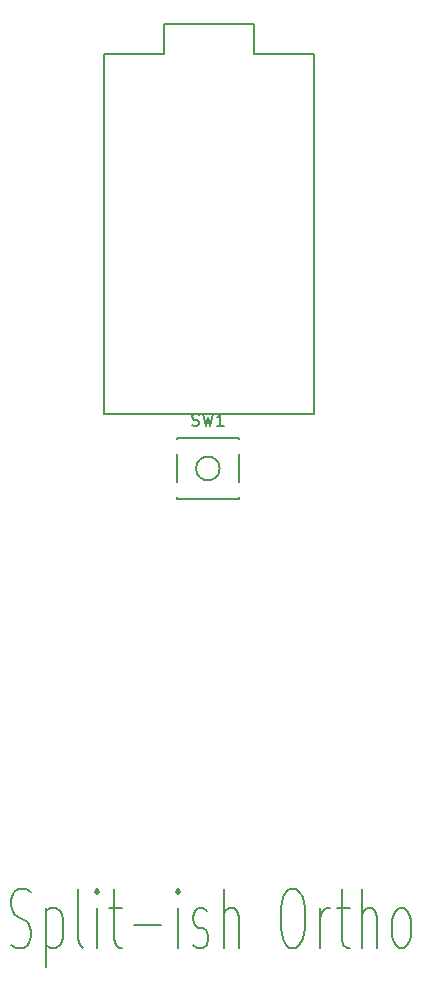
<source format=gto>
G04 #@! TF.GenerationSoftware,KiCad,Pcbnew,(5.1.5)-3*
G04 #@! TF.CreationDate,2019-12-16T17:40:03-06:00*
G04 #@! TF.ProjectId,starter-ortho,73746172-7465-4722-9d6f-7274686f2e6b,rev?*
G04 #@! TF.SameCoordinates,Original*
G04 #@! TF.FileFunction,Legend,Top*
G04 #@! TF.FilePolarity,Positive*
%FSLAX46Y46*%
G04 Gerber Fmt 4.6, Leading zero omitted, Abs format (unit mm)*
G04 Created by KiCad (PCBNEW (5.1.5)-3) date 2019-12-16 17:40:03*
%MOMM*%
%LPD*%
G04 APERTURE LIST*
%ADD10C,0.150000*%
%ADD11C,1.302000*%
%ADD12C,2.002000*%
%ADD13C,3.502000*%
%ADD14C,1.702000*%
%ADD15R,1.702000X1.702000*%
%ADD16R,1.902000X1.202000*%
G04 APERTURE END LIST*
D10*
X132296428Y-90923809D02*
X132725000Y-91161904D01*
X133439285Y-91161904D01*
X133725000Y-90923809D01*
X133867857Y-90685714D01*
X134010714Y-90209523D01*
X134010714Y-89733333D01*
X133867857Y-89257142D01*
X133725000Y-89019047D01*
X133439285Y-88780952D01*
X132867857Y-88542857D01*
X132582142Y-88304761D01*
X132439285Y-88066666D01*
X132296428Y-87590476D01*
X132296428Y-87114285D01*
X132439285Y-86638095D01*
X132582142Y-86400000D01*
X132867857Y-86161904D01*
X133582142Y-86161904D01*
X134010714Y-86400000D01*
X135296428Y-87828571D02*
X135296428Y-92828571D01*
X135296428Y-88066666D02*
X135582142Y-87828571D01*
X136153571Y-87828571D01*
X136439285Y-88066666D01*
X136582142Y-88304761D01*
X136725000Y-88780952D01*
X136725000Y-90209523D01*
X136582142Y-90685714D01*
X136439285Y-90923809D01*
X136153571Y-91161904D01*
X135582142Y-91161904D01*
X135296428Y-90923809D01*
X138439285Y-91161904D02*
X138153571Y-90923809D01*
X138010714Y-90447619D01*
X138010714Y-86161904D01*
X139582142Y-91161904D02*
X139582142Y-87828571D01*
X139582142Y-86161904D02*
X139439285Y-86400000D01*
X139582142Y-86638095D01*
X139725000Y-86400000D01*
X139582142Y-86161904D01*
X139582142Y-86638095D01*
X140582142Y-87828571D02*
X141725000Y-87828571D01*
X141010714Y-86161904D02*
X141010714Y-90447619D01*
X141153571Y-90923809D01*
X141439285Y-91161904D01*
X141725000Y-91161904D01*
X142725000Y-89257142D02*
X145010714Y-89257142D01*
X146439285Y-91161904D02*
X146439285Y-87828571D01*
X146439285Y-86161904D02*
X146296428Y-86400000D01*
X146439285Y-86638095D01*
X146582142Y-86400000D01*
X146439285Y-86161904D01*
X146439285Y-86638095D01*
X147725000Y-90923809D02*
X148010714Y-91161904D01*
X148582142Y-91161904D01*
X148867857Y-90923809D01*
X149010714Y-90447619D01*
X149010714Y-90209523D01*
X148867857Y-89733333D01*
X148582142Y-89495238D01*
X148153571Y-89495238D01*
X147867857Y-89257142D01*
X147725000Y-88780952D01*
X147725000Y-88542857D01*
X147867857Y-88066666D01*
X148153571Y-87828571D01*
X148582142Y-87828571D01*
X148867857Y-88066666D01*
X150296428Y-91161904D02*
X150296428Y-86161904D01*
X151582142Y-91161904D02*
X151582142Y-88542857D01*
X151439285Y-88066666D01*
X151153571Y-87828571D01*
X150725000Y-87828571D01*
X150439285Y-88066666D01*
X150296428Y-88304761D01*
X155867857Y-86161904D02*
X156439285Y-86161904D01*
X156725000Y-86400000D01*
X157010714Y-86876190D01*
X157153571Y-87828571D01*
X157153571Y-89495238D01*
X157010714Y-90447619D01*
X156725000Y-90923809D01*
X156439285Y-91161904D01*
X155867857Y-91161904D01*
X155582142Y-90923809D01*
X155296428Y-90447619D01*
X155153571Y-89495238D01*
X155153571Y-87828571D01*
X155296428Y-86876190D01*
X155582142Y-86400000D01*
X155867857Y-86161904D01*
X158439285Y-91161904D02*
X158439285Y-87828571D01*
X158439285Y-88780952D02*
X158582142Y-88304761D01*
X158725000Y-88066666D01*
X159010714Y-87828571D01*
X159296428Y-87828571D01*
X159867857Y-87828571D02*
X161010714Y-87828571D01*
X160296428Y-86161904D02*
X160296428Y-90447619D01*
X160439285Y-90923809D01*
X160725000Y-91161904D01*
X161010714Y-91161904D01*
X162010714Y-91161904D02*
X162010714Y-86161904D01*
X163296428Y-91161904D02*
X163296428Y-88542857D01*
X163153571Y-88066666D01*
X162867857Y-87828571D01*
X162439285Y-87828571D01*
X162153571Y-88066666D01*
X162010714Y-88304761D01*
X165153571Y-91161904D02*
X164867857Y-90923809D01*
X164725000Y-90685714D01*
X164582142Y-90209523D01*
X164582142Y-88780952D01*
X164725000Y-88304761D01*
X164867857Y-88066666D01*
X165153571Y-87828571D01*
X165582142Y-87828571D01*
X165867857Y-88066666D01*
X166010714Y-88304761D01*
X166153571Y-88780952D01*
X166153571Y-90209523D01*
X166010714Y-90685714D01*
X165867857Y-90923809D01*
X165582142Y-91161904D01*
X165153571Y-91161904D01*
X140144500Y-15525750D02*
X140144500Y-46005750D01*
X145224500Y-15525750D02*
X140144500Y-15525750D01*
X145224500Y-12985750D02*
X145224500Y-15525750D01*
X152844500Y-12985750D02*
X145224500Y-12985750D01*
X152844500Y-15525750D02*
X152844500Y-12985750D01*
X157924500Y-15525750D02*
X152844500Y-15525750D01*
X157924500Y-46005750D02*
X157924500Y-15525750D01*
X140144500Y-46005750D02*
X157924500Y-46005750D01*
X151571000Y-53177750D02*
X146371000Y-53177750D01*
X146371000Y-53177750D02*
X146371000Y-47977750D01*
X146371000Y-47977750D02*
X151571000Y-47977750D01*
X151571000Y-47977750D02*
X151571000Y-53177750D01*
X149971000Y-50577750D02*
G75*
G03X149971000Y-50577750I-1000000J0D01*
G01*
X147637666Y-46918511D02*
X147780523Y-46966130D01*
X148018619Y-46966130D01*
X148113857Y-46918511D01*
X148161476Y-46870892D01*
X148209095Y-46775654D01*
X148209095Y-46680416D01*
X148161476Y-46585178D01*
X148113857Y-46537559D01*
X148018619Y-46489940D01*
X147828142Y-46442321D01*
X147732904Y-46394702D01*
X147685285Y-46347083D01*
X147637666Y-46251845D01*
X147637666Y-46156607D01*
X147685285Y-46061369D01*
X147732904Y-46013750D01*
X147828142Y-45966130D01*
X148066238Y-45966130D01*
X148209095Y-46013750D01*
X148542428Y-45966130D02*
X148780523Y-46966130D01*
X148971000Y-46251845D01*
X149161476Y-46966130D01*
X149399571Y-45966130D01*
X150304333Y-46966130D02*
X149732904Y-46966130D01*
X150018619Y-46966130D02*
X150018619Y-45966130D01*
X149923380Y-46108988D01*
X149828142Y-46204226D01*
X149732904Y-46251845D01*
%LPC*%
D11*
X267639500Y-86559500D03*
D12*
X278359500Y-82359500D03*
X267359500Y-82359500D03*
D13*
X272859500Y-82359500D03*
D11*
X267639500Y-67509500D03*
D12*
X278359500Y-63309500D03*
X267359500Y-63309500D03*
D13*
X272859500Y-63309500D03*
D11*
X267639500Y-48459500D03*
D12*
X278359500Y-44259500D03*
X267359500Y-44259500D03*
D13*
X272859500Y-44259500D03*
D11*
X267639500Y-29409500D03*
D12*
X278359500Y-25209500D03*
X267359500Y-25209500D03*
D13*
X272859500Y-25209500D03*
D11*
X248589500Y-86559500D03*
D12*
X259309500Y-82359500D03*
X248309500Y-82359500D03*
D13*
X253809500Y-82359500D03*
D11*
X248589500Y-67509500D03*
D12*
X259309500Y-63309500D03*
X248309500Y-63309500D03*
D13*
X253809500Y-63309500D03*
D11*
X248589500Y-48459500D03*
D12*
X259309500Y-44259500D03*
X248309500Y-44259500D03*
D13*
X253809500Y-44259500D03*
D11*
X248589500Y-29409500D03*
D12*
X259309500Y-25209500D03*
X248309500Y-25209500D03*
D13*
X253809500Y-25209500D03*
D11*
X229539500Y-86559500D03*
D12*
X240259500Y-82359500D03*
X229259500Y-82359500D03*
D13*
X234759500Y-82359500D03*
D11*
X229539500Y-67509500D03*
D12*
X240259500Y-63309500D03*
X229259500Y-63309500D03*
D13*
X234759500Y-63309500D03*
D11*
X229539500Y-48459500D03*
D12*
X240259500Y-44259500D03*
X229259500Y-44259500D03*
D13*
X234759500Y-44259500D03*
D11*
X229539500Y-29409500D03*
D12*
X240259500Y-25209500D03*
X229259500Y-25209500D03*
D13*
X234759500Y-25209500D03*
D11*
X210489500Y-86559500D03*
D12*
X221209500Y-82359500D03*
X210209500Y-82359500D03*
D13*
X215709500Y-82359500D03*
D11*
X210489500Y-67509500D03*
D12*
X221209500Y-63309500D03*
X210209500Y-63309500D03*
D13*
X215709500Y-63309500D03*
D11*
X210489500Y-48459500D03*
D12*
X221209500Y-44259500D03*
X210209500Y-44259500D03*
D13*
X215709500Y-44259500D03*
D11*
X210489500Y-29409500D03*
D12*
X221209500Y-25209500D03*
X210209500Y-25209500D03*
D13*
X215709500Y-25209500D03*
D11*
X191439500Y-86559500D03*
D12*
X202159500Y-82359500D03*
X191159500Y-82359500D03*
D13*
X196659500Y-82359500D03*
D11*
X191439500Y-67509500D03*
D12*
X202159500Y-63309500D03*
X191159500Y-63309500D03*
D13*
X196659500Y-63309500D03*
D11*
X191439500Y-48459500D03*
D12*
X202159500Y-44259500D03*
X191159500Y-44259500D03*
D13*
X196659500Y-44259500D03*
D11*
X191439500Y-29409500D03*
D12*
X202159500Y-25209500D03*
X191159500Y-25209500D03*
D13*
X196659500Y-25209500D03*
D11*
X172389500Y-86559500D03*
D12*
X183109500Y-82359500D03*
X172109500Y-82359500D03*
D13*
X177609500Y-82359500D03*
D11*
X172389500Y-67509500D03*
D12*
X183109500Y-63309500D03*
X172109500Y-63309500D03*
D13*
X177609500Y-63309500D03*
D11*
X172389500Y-48459500D03*
D12*
X183109500Y-44259500D03*
X172109500Y-44259500D03*
D13*
X177609500Y-44259500D03*
D11*
X172389500Y-29409500D03*
D12*
X183109500Y-25209500D03*
X172109500Y-25209500D03*
D13*
X177609500Y-25209500D03*
D11*
X115239500Y-86559500D03*
D12*
X125959500Y-82359500D03*
X114959500Y-82359500D03*
D13*
X120459500Y-82359500D03*
D11*
X115239500Y-67509500D03*
D12*
X125959500Y-63309500D03*
X114959500Y-63309500D03*
D13*
X120459500Y-63309500D03*
D11*
X115239500Y-48459500D03*
D12*
X125959500Y-44259500D03*
X114959500Y-44259500D03*
D13*
X120459500Y-44259500D03*
D11*
X115239500Y-29409500D03*
D12*
X125959500Y-25209500D03*
X114959500Y-25209500D03*
D13*
X120459500Y-25209500D03*
D11*
X96189500Y-86559500D03*
D12*
X106909500Y-82359500D03*
X95909500Y-82359500D03*
D13*
X101409500Y-82359500D03*
D11*
X96189500Y-67509500D03*
D12*
X106909500Y-63309500D03*
X95909500Y-63309500D03*
D13*
X101409500Y-63309500D03*
D11*
X96189500Y-48459500D03*
D12*
X106909500Y-44259500D03*
X95909500Y-44259500D03*
D13*
X101409500Y-44259500D03*
D11*
X96189500Y-29409500D03*
D12*
X106909500Y-25209500D03*
X95909500Y-25209500D03*
D13*
X101409500Y-25209500D03*
D11*
X77139500Y-86559500D03*
D12*
X87859500Y-82359500D03*
X76859500Y-82359500D03*
D13*
X82359500Y-82359500D03*
D11*
X77139500Y-67509500D03*
D12*
X87859500Y-63309500D03*
X76859500Y-63309500D03*
D13*
X82359500Y-63309500D03*
D11*
X77139500Y-48459500D03*
D12*
X87859500Y-44259500D03*
X76859500Y-44259500D03*
D13*
X82359500Y-44259500D03*
D11*
X77139500Y-29409500D03*
D12*
X87859500Y-25209500D03*
X76859500Y-25209500D03*
D13*
X82359500Y-25209500D03*
D11*
X58089500Y-86559500D03*
D12*
X68809500Y-82359500D03*
X57809500Y-82359500D03*
D13*
X63309500Y-82359500D03*
D11*
X58089500Y-67509500D03*
D12*
X68809500Y-63309500D03*
X57809500Y-63309500D03*
D13*
X63309500Y-63309500D03*
D11*
X58089500Y-48459500D03*
D12*
X68809500Y-44259500D03*
X57809500Y-44259500D03*
D13*
X63309500Y-44259500D03*
D11*
X58089500Y-29409500D03*
D12*
X68809500Y-25209500D03*
X57809500Y-25209500D03*
D13*
X63309500Y-25209500D03*
D11*
X39039500Y-86559500D03*
D12*
X49759500Y-82359500D03*
X38759500Y-82359500D03*
D13*
X44259500Y-82359500D03*
D11*
X39039500Y-67509500D03*
D12*
X49759500Y-63309500D03*
X38759500Y-63309500D03*
D13*
X44259500Y-63309500D03*
D11*
X39039500Y-48459500D03*
D12*
X49759500Y-44259500D03*
X38759500Y-44259500D03*
D13*
X44259500Y-44259500D03*
D11*
X39039500Y-29409500D03*
D12*
X49759500Y-25209500D03*
X38759500Y-25209500D03*
D13*
X44259500Y-25209500D03*
D11*
X19989500Y-86559500D03*
D12*
X30709500Y-82359500D03*
X19709500Y-82359500D03*
D13*
X25209500Y-82359500D03*
D11*
X19989500Y-67509500D03*
D12*
X30709500Y-63309500D03*
X19709500Y-63309500D03*
D13*
X25209500Y-63309500D03*
D11*
X19989500Y-48459500D03*
D12*
X30709500Y-44259500D03*
X19709500Y-44259500D03*
D13*
X25209500Y-44259500D03*
D11*
X19989500Y-29409500D03*
D12*
X30709500Y-25209500D03*
X19709500Y-25209500D03*
D13*
X25209500Y-25209500D03*
D14*
X141414500Y-16795750D03*
X141414500Y-19335750D03*
X141414500Y-21875750D03*
X141414500Y-24415750D03*
X141414500Y-26955750D03*
X141414500Y-29495750D03*
X141414500Y-32035750D03*
X141414500Y-34575750D03*
X141414500Y-37115750D03*
X141414500Y-39655750D03*
X141414500Y-42195750D03*
X141414500Y-44735750D03*
X156654500Y-44735750D03*
X156654500Y-42195750D03*
X156654500Y-39655750D03*
X156654500Y-37115750D03*
X156654500Y-34575750D03*
X156654500Y-32035750D03*
X156654500Y-29495750D03*
X156654500Y-26955750D03*
X156654500Y-24415750D03*
X156654500Y-21875750D03*
X156654500Y-19335750D03*
D15*
X156654500Y-16795750D03*
D16*
X152071000Y-48727750D03*
X145871000Y-52427750D03*
X152071000Y-52427750D03*
X145871000Y-48727750D03*
M02*

</source>
